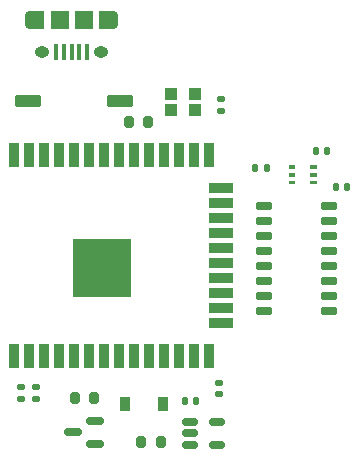
<source format=gbr>
%TF.GenerationSoftware,KiCad,Pcbnew,(6.0.0-0)*%
%TF.CreationDate,2022-12-05T10:13:42-05:00*%
%TF.ProjectId,Dome_Logics_V1,446f6d65-5f4c-46f6-9769-63735f56312e,rev?*%
%TF.SameCoordinates,Original*%
%TF.FileFunction,Paste,Top*%
%TF.FilePolarity,Positive*%
%FSLAX46Y46*%
G04 Gerber Fmt 4.6, Leading zero omitted, Abs format (unit mm)*
G04 Created by KiCad (PCBNEW (6.0.0-0)) date 2022-12-05 10:13:42*
%MOMM*%
%LPD*%
G01*
G04 APERTURE LIST*
G04 Aperture macros list*
%AMRoundRect*
0 Rectangle with rounded corners*
0 $1 Rounding radius*
0 $2 $3 $4 $5 $6 $7 $8 $9 X,Y pos of 4 corners*
0 Add a 4 corners polygon primitive as box body*
4,1,4,$2,$3,$4,$5,$6,$7,$8,$9,$2,$3,0*
0 Add four circle primitives for the rounded corners*
1,1,$1+$1,$2,$3*
1,1,$1+$1,$4,$5*
1,1,$1+$1,$6,$7*
1,1,$1+$1,$8,$9*
0 Add four rect primitives between the rounded corners*
20,1,$1+$1,$2,$3,$4,$5,0*
20,1,$1+$1,$4,$5,$6,$7,0*
20,1,$1+$1,$6,$7,$8,$9,0*
20,1,$1+$1,$8,$9,$2,$3,0*%
G04 Aperture macros list end*
%ADD10C,0.010000*%
%ADD11R,1.000000X1.000000*%
%ADD12RoundRect,0.140000X-0.170000X0.140000X-0.170000X-0.140000X0.170000X-0.140000X0.170000X0.140000X0*%
%ADD13RoundRect,0.100000X-1.000000X-0.400000X1.000000X-0.400000X1.000000X0.400000X-1.000000X0.400000X0*%
%ADD14RoundRect,0.200000X-0.200000X-0.275000X0.200000X-0.275000X0.200000X0.275000X-0.200000X0.275000X0*%
%ADD15RoundRect,0.140000X-0.140000X-0.170000X0.140000X-0.170000X0.140000X0.170000X-0.140000X0.170000X0*%
%ADD16R,0.914400X1.219200*%
%ADD17RoundRect,0.140000X0.170000X-0.140000X0.170000X0.140000X-0.170000X0.140000X-0.170000X-0.140000X0*%
%ADD18RoundRect,0.049600X-0.605400X-0.260400X0.605400X-0.260400X0.605400X0.260400X-0.605400X0.260400X0*%
%ADD19RoundRect,0.140000X0.140000X0.170000X-0.140000X0.170000X-0.140000X-0.170000X0.140000X-0.170000X0*%
%ADD20RoundRect,0.150000X0.587500X0.150000X-0.587500X0.150000X-0.587500X-0.150000X0.587500X-0.150000X0*%
%ADD21RoundRect,0.135000X0.185000X-0.135000X0.185000X0.135000X-0.185000X0.135000X-0.185000X-0.135000X0*%
%ADD22R,0.900000X2.000000*%
%ADD23R,2.000000X0.900000*%
%ADD24R,5.000000X5.000000*%
%ADD25O,0.890000X1.550000*%
%ADD26O,1.250000X0.950000*%
%ADD27R,0.400000X1.350000*%
%ADD28R,1.500000X1.550000*%
%ADD29R,1.200000X1.550000*%
%ADD30RoundRect,0.150000X-0.512500X-0.150000X0.512500X-0.150000X0.512500X0.150000X-0.512500X0.150000X0*%
G04 APERTURE END LIST*
D10*
%TO.C,U5*%
X115039000Y-96056800D02*
X115489000Y-96056800D01*
X115489000Y-96056800D02*
X115489000Y-96306800D01*
X115489000Y-96306800D02*
X115039000Y-96306800D01*
X115039000Y-96306800D02*
X115039000Y-96056800D01*
G36*
X115489000Y-96306800D02*
G01*
X115039000Y-96306800D01*
X115039000Y-96056800D01*
X115489000Y-96056800D01*
X115489000Y-96306800D01*
G37*
X115489000Y-96306800D02*
X115039000Y-96306800D01*
X115039000Y-96056800D01*
X115489000Y-96056800D01*
X115489000Y-96306800D01*
X116889000Y-94756800D02*
X117339000Y-94756800D01*
X117339000Y-94756800D02*
X117339000Y-95006800D01*
X117339000Y-95006800D02*
X116889000Y-95006800D01*
X116889000Y-95006800D02*
X116889000Y-94756800D01*
G36*
X117339000Y-95006800D02*
G01*
X116889000Y-95006800D01*
X116889000Y-94756800D01*
X117339000Y-94756800D01*
X117339000Y-95006800D01*
G37*
X117339000Y-95006800D02*
X116889000Y-95006800D01*
X116889000Y-94756800D01*
X117339000Y-94756800D01*
X117339000Y-95006800D01*
X115039000Y-95406800D02*
X115489000Y-95406800D01*
X115489000Y-95406800D02*
X115489000Y-95656800D01*
X115489000Y-95656800D02*
X115039000Y-95656800D01*
X115039000Y-95656800D02*
X115039000Y-95406800D01*
G36*
X115489000Y-95656800D02*
G01*
X115039000Y-95656800D01*
X115039000Y-95406800D01*
X115489000Y-95406800D01*
X115489000Y-95656800D01*
G37*
X115489000Y-95656800D02*
X115039000Y-95656800D01*
X115039000Y-95406800D01*
X115489000Y-95406800D01*
X115489000Y-95656800D01*
X116889000Y-95406800D02*
X117339000Y-95406800D01*
X117339000Y-95406800D02*
X117339000Y-95656800D01*
X117339000Y-95656800D02*
X116889000Y-95656800D01*
X116889000Y-95656800D02*
X116889000Y-95406800D01*
G36*
X117339000Y-95656800D02*
G01*
X116889000Y-95656800D01*
X116889000Y-95406800D01*
X117339000Y-95406800D01*
X117339000Y-95656800D01*
G37*
X117339000Y-95656800D02*
X116889000Y-95656800D01*
X116889000Y-95406800D01*
X117339000Y-95406800D01*
X117339000Y-95656800D01*
X116889000Y-96056800D02*
X117339000Y-96056800D01*
X117339000Y-96056800D02*
X117339000Y-96306800D01*
X117339000Y-96306800D02*
X116889000Y-96306800D01*
X116889000Y-96306800D02*
X116889000Y-96056800D01*
G36*
X117339000Y-96306800D02*
G01*
X116889000Y-96306800D01*
X116889000Y-96056800D01*
X117339000Y-96056800D01*
X117339000Y-96306800D01*
G37*
X117339000Y-96306800D02*
X116889000Y-96306800D01*
X116889000Y-96056800D01*
X117339000Y-96056800D01*
X117339000Y-96306800D01*
X115039000Y-94756800D02*
X115489000Y-94756800D01*
X115489000Y-94756800D02*
X115489000Y-95006800D01*
X115489000Y-95006800D02*
X115039000Y-95006800D01*
X115039000Y-95006800D02*
X115039000Y-94756800D01*
G36*
X115489000Y-95006800D02*
G01*
X115039000Y-95006800D01*
X115039000Y-94756800D01*
X115489000Y-94756800D01*
X115489000Y-95006800D01*
G37*
X115489000Y-95006800D02*
X115039000Y-95006800D01*
X115039000Y-94756800D01*
X115489000Y-94756800D01*
X115489000Y-95006800D01*
%TD*%
D11*
%TO.C,L1*%
X105083000Y-88747000D03*
X105083000Y-90047000D03*
X107113000Y-90047000D03*
X107113000Y-88747000D03*
%TD*%
D12*
%TO.C,C2*%
X92426000Y-113554000D03*
X92426000Y-114514000D03*
%TD*%
D13*
%TO.C,SW1*%
X92959000Y-89351000D03*
X100759000Y-89351000D03*
%TD*%
D14*
%TO.C,R2*%
X102555000Y-118206000D03*
X104205000Y-118206000D03*
%TD*%
%TO.C,R1*%
X101511000Y-91098000D03*
X103161000Y-91098000D03*
%TD*%
D15*
%TO.C,C4*%
X112218000Y-95036000D03*
X113178000Y-95036000D03*
%TD*%
D16*
%TO.C,CR1*%
X101166200Y-115014500D03*
X104442800Y-115014500D03*
%TD*%
D14*
%TO.C,R3*%
X96939000Y-114436000D03*
X98589000Y-114436000D03*
%TD*%
D17*
%TO.C,C7*%
X109190000Y-114144000D03*
X109190000Y-113184000D03*
%TD*%
D18*
%TO.C,U4*%
X112941000Y-98203000D03*
X112941000Y-99473000D03*
X112941000Y-100743000D03*
X112941000Y-102013000D03*
X112941000Y-103283000D03*
X112941000Y-104553000D03*
X112941000Y-105823000D03*
X112941000Y-107093000D03*
X118441000Y-107093000D03*
X118441000Y-105823000D03*
X118441000Y-104553000D03*
X118441000Y-103283000D03*
X118441000Y-102013000D03*
X118441000Y-100743000D03*
X118441000Y-99473000D03*
X118441000Y-98203000D03*
%TD*%
D15*
%TO.C,C6*%
X119048000Y-96646000D03*
X120008000Y-96646000D03*
%TD*%
D19*
%TO.C,C5*%
X107236000Y-114696000D03*
X106276000Y-114696000D03*
%TD*%
D12*
%TO.C,C3*%
X93680000Y-113554000D03*
X93680000Y-114514000D03*
%TD*%
D20*
%TO.C,U2*%
X98623500Y-118332000D03*
X98623500Y-116432000D03*
X96748500Y-117382000D03*
%TD*%
D15*
%TO.C,C1*%
X117346000Y-93536000D03*
X118306000Y-93536000D03*
%TD*%
D21*
%TO.C,R4*%
X109310000Y-90154000D03*
X109310000Y-89134000D03*
%TD*%
D22*
%TO.C,U1*%
X91783000Y-110932000D03*
X93053000Y-110932000D03*
X94323000Y-110932000D03*
X95593000Y-110932000D03*
X96863000Y-110932000D03*
X98133000Y-110932000D03*
X99403000Y-110932000D03*
X100673000Y-110932000D03*
X101943000Y-110932000D03*
X103213000Y-110932000D03*
X104483000Y-110932000D03*
X105753000Y-110932000D03*
X107023000Y-110932000D03*
X108293000Y-110932000D03*
D23*
X109293000Y-108147000D03*
X109293000Y-106877000D03*
X109293000Y-105607000D03*
X109293000Y-104337000D03*
X109293000Y-103067000D03*
X109293000Y-101797000D03*
X109293000Y-100527000D03*
X109293000Y-99257000D03*
X109293000Y-97987000D03*
X109293000Y-96717000D03*
D22*
X108293000Y-93932000D03*
X107023000Y-93932000D03*
X105753000Y-93932000D03*
X104483000Y-93932000D03*
X103213000Y-93932000D03*
X101943000Y-93932000D03*
X100673000Y-93932000D03*
X99403000Y-93932000D03*
X98133000Y-93932000D03*
X96863000Y-93932000D03*
X95593000Y-93932000D03*
X94323000Y-93932000D03*
X93053000Y-93932000D03*
X91783000Y-93932000D03*
D24*
X99283000Y-103432000D03*
%TD*%
D25*
%TO.C,J1*%
X93180000Y-82458000D03*
X100180000Y-82458000D03*
D26*
X94180000Y-85158000D03*
X99180000Y-85158000D03*
D27*
X97980000Y-85158000D03*
X97330000Y-85158000D03*
X96680000Y-85158000D03*
X96030000Y-85158000D03*
X95380000Y-85158000D03*
D28*
X97680000Y-82458000D03*
X95680000Y-82458000D03*
D29*
X99580000Y-82458000D03*
X93780000Y-82458000D03*
%TD*%
D30*
%TO.C,U3*%
X106688500Y-116510000D03*
X106688500Y-117460000D03*
X106688500Y-118410000D03*
X108963500Y-118410000D03*
X108963500Y-116510000D03*
%TD*%
M02*

</source>
